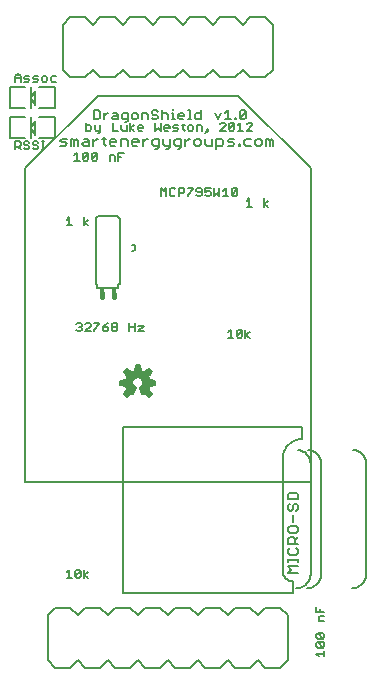
<source format=gto>
G75*
G70*
%OFA0B0*%
%FSLAX24Y24*%
%IPPOS*%
%LPD*%
%AMOC8*
5,1,8,0,0,1.08239X$1,22.5*
%
%ADD10C,0.0060*%
%ADD11C,0.0050*%
%ADD12C,0.0080*%
%ADD13R,0.0160X0.0230*%
%ADD14C,0.0160*%
%ADD15C,0.0059*%
D10*
X002151Y001401D02*
X002401Y001151D01*
X002901Y001151D01*
X003151Y001401D01*
X003401Y001151D01*
X003901Y001151D01*
X004151Y001401D01*
X004401Y001151D01*
X004901Y001151D01*
X005151Y001401D01*
X005401Y001151D01*
X005901Y001151D01*
X006151Y001401D01*
X006401Y001151D01*
X006901Y001151D01*
X007151Y001401D01*
X007401Y001151D01*
X007901Y001151D01*
X008151Y001401D01*
X008401Y001151D01*
X008901Y001151D01*
X009151Y001401D01*
X009401Y001151D01*
X009901Y001151D01*
X010151Y001401D01*
X010151Y002901D01*
X009901Y003151D01*
X009401Y003151D01*
X009151Y002901D01*
X008901Y003151D01*
X008401Y003151D01*
X008151Y002901D01*
X007901Y003151D01*
X007401Y003151D01*
X007151Y002901D01*
X006901Y003151D01*
X006401Y003151D01*
X006151Y002901D01*
X005901Y003151D01*
X005401Y003151D01*
X005151Y002901D01*
X004901Y003151D01*
X004401Y003151D01*
X004151Y002901D01*
X003901Y003151D01*
X003401Y003151D01*
X003151Y002901D01*
X002901Y003151D01*
X002401Y003151D01*
X002151Y002901D01*
X002151Y001401D01*
X003801Y013801D02*
X003801Y013951D01*
X003751Y013951D01*
X003751Y016101D01*
X003753Y016118D01*
X003757Y016135D01*
X003764Y016151D01*
X003774Y016165D01*
X003787Y016178D01*
X003801Y016188D01*
X003817Y016195D01*
X003834Y016199D01*
X003851Y016201D01*
X004451Y016201D01*
X004468Y016199D01*
X004485Y016195D01*
X004501Y016188D01*
X004515Y016178D01*
X004528Y016165D01*
X004538Y016151D01*
X004545Y016135D01*
X004549Y016118D01*
X004551Y016101D01*
X004551Y013951D01*
X004501Y013951D01*
X004501Y013801D01*
X003801Y013801D01*
X003661Y018556D02*
X003661Y018783D01*
X003661Y018670D02*
X003775Y018783D01*
X003831Y018783D01*
X003968Y018783D02*
X004081Y018783D01*
X004025Y018840D02*
X004025Y018613D01*
X004081Y018556D01*
X004214Y018613D02*
X004214Y018726D01*
X004270Y018783D01*
X004384Y018783D01*
X004440Y018726D01*
X004440Y018670D01*
X004214Y018670D01*
X004214Y018613D02*
X004270Y018556D01*
X004384Y018556D01*
X004582Y018556D02*
X004582Y018783D01*
X004752Y018783D01*
X004809Y018726D01*
X004809Y018556D01*
X004950Y018613D02*
X004950Y018726D01*
X005007Y018783D01*
X005120Y018783D01*
X005177Y018726D01*
X005177Y018670D01*
X004950Y018670D01*
X004950Y018613D02*
X005007Y018556D01*
X005120Y018556D01*
X005318Y018556D02*
X005318Y018783D01*
X005318Y018670D02*
X005432Y018783D01*
X005489Y018783D01*
X005625Y018726D02*
X005625Y018613D01*
X005682Y018556D01*
X005852Y018556D01*
X005852Y018499D02*
X005852Y018783D01*
X005682Y018783D01*
X005625Y018726D01*
X005739Y018443D02*
X005795Y018443D01*
X005852Y018499D01*
X005994Y018613D02*
X006050Y018556D01*
X006220Y018556D01*
X006220Y018499D02*
X006164Y018443D01*
X006107Y018443D01*
X006220Y018499D02*
X006220Y018783D01*
X006362Y018726D02*
X006362Y018613D01*
X006419Y018556D01*
X006589Y018556D01*
X006589Y018499D02*
X006589Y018783D01*
X006419Y018783D01*
X006362Y018726D01*
X006475Y018443D02*
X006532Y018443D01*
X006589Y018499D01*
X006730Y018556D02*
X006730Y018783D01*
X006730Y018670D02*
X006844Y018783D01*
X006900Y018783D01*
X007037Y018726D02*
X007037Y018613D01*
X007094Y018556D01*
X007207Y018556D01*
X007264Y018613D01*
X007264Y018726D01*
X007207Y018783D01*
X007094Y018783D01*
X007037Y018726D01*
X007405Y018783D02*
X007405Y018613D01*
X007462Y018556D01*
X007632Y018556D01*
X007632Y018783D01*
X007774Y018783D02*
X007774Y018443D01*
X007774Y018556D02*
X007944Y018556D01*
X008001Y018613D01*
X008001Y018726D01*
X007944Y018783D01*
X007774Y018783D01*
X008142Y018726D02*
X008199Y018783D01*
X008369Y018783D01*
X008312Y018670D02*
X008199Y018670D01*
X008142Y018726D01*
X008142Y018556D02*
X008312Y018556D01*
X008369Y018613D01*
X008312Y018670D01*
X008510Y018613D02*
X008510Y018556D01*
X008567Y018556D01*
X008567Y018613D01*
X008510Y018613D01*
X008694Y018613D02*
X008751Y018556D01*
X008921Y018556D01*
X009063Y018613D02*
X009119Y018556D01*
X009233Y018556D01*
X009290Y018613D01*
X009290Y018726D01*
X009233Y018783D01*
X009119Y018783D01*
X009063Y018726D01*
X009063Y018613D01*
X008921Y018783D02*
X008751Y018783D01*
X008694Y018726D01*
X008694Y018613D01*
X008693Y019431D02*
X008593Y019431D01*
X008543Y019481D01*
X008743Y019681D01*
X008743Y019481D01*
X008693Y019431D01*
X008543Y019481D02*
X008543Y019681D01*
X008593Y019731D01*
X008693Y019731D01*
X008743Y019681D01*
X008427Y019481D02*
X008427Y019431D01*
X008377Y019431D01*
X008377Y019481D01*
X008427Y019481D01*
X008246Y019431D02*
X008045Y019431D01*
X008145Y019431D02*
X008145Y019731D01*
X008045Y019631D01*
X007914Y019631D02*
X007814Y019431D01*
X007714Y019631D01*
X007251Y019631D02*
X007101Y019631D01*
X007051Y019581D01*
X007051Y019481D01*
X007101Y019431D01*
X007251Y019431D01*
X007251Y019731D01*
X006880Y019731D02*
X006880Y019431D01*
X006830Y019431D02*
X006930Y019431D01*
X006880Y019731D02*
X006830Y019731D01*
X006699Y019581D02*
X006699Y019531D01*
X006499Y019531D01*
X006499Y019481D02*
X006499Y019581D01*
X006549Y019631D01*
X006649Y019631D01*
X006699Y019581D01*
X006649Y019431D02*
X006549Y019431D01*
X006499Y019481D01*
X006378Y019431D02*
X006278Y019431D01*
X006328Y019431D02*
X006328Y019631D01*
X006278Y019631D01*
X006328Y019731D02*
X006328Y019781D01*
X006146Y019581D02*
X006146Y019431D01*
X006146Y019581D02*
X006096Y019631D01*
X005996Y019631D01*
X005946Y019581D01*
X005815Y019531D02*
X005815Y019481D01*
X005765Y019431D01*
X005665Y019431D01*
X005615Y019481D01*
X005665Y019581D02*
X005765Y019581D01*
X005815Y019531D01*
X005815Y019681D02*
X005765Y019731D01*
X005665Y019731D01*
X005615Y019681D01*
X005615Y019631D01*
X005665Y019581D01*
X005483Y019581D02*
X005483Y019431D01*
X005483Y019581D02*
X005433Y019631D01*
X005283Y019631D01*
X005283Y019431D01*
X005152Y019481D02*
X005152Y019581D01*
X005102Y019631D01*
X005002Y019631D01*
X004952Y019581D01*
X004952Y019481D01*
X005002Y019431D01*
X005102Y019431D01*
X005152Y019481D01*
X004820Y019431D02*
X004670Y019431D01*
X004620Y019481D01*
X004620Y019581D01*
X004670Y019631D01*
X004820Y019631D01*
X004820Y019381D01*
X004770Y019331D01*
X004720Y019331D01*
X004489Y019431D02*
X004339Y019431D01*
X004289Y019481D01*
X004339Y019531D01*
X004489Y019531D01*
X004489Y019581D02*
X004489Y019431D01*
X004489Y019581D02*
X004439Y019631D01*
X004339Y019631D01*
X004163Y019631D02*
X004113Y019631D01*
X004013Y019531D01*
X004013Y019431D02*
X004013Y019631D01*
X003881Y019681D02*
X003881Y019481D01*
X003831Y019431D01*
X003681Y019431D01*
X003681Y019731D01*
X003831Y019731D01*
X003881Y019681D01*
X003463Y018783D02*
X003520Y018726D01*
X003520Y018556D01*
X003349Y018556D01*
X003293Y018613D01*
X003349Y018670D01*
X003520Y018670D01*
X003463Y018783D02*
X003349Y018783D01*
X003151Y018726D02*
X003151Y018556D01*
X003038Y018556D02*
X003038Y018726D01*
X003095Y018783D01*
X003151Y018726D01*
X003038Y018726D02*
X002981Y018783D01*
X002924Y018783D01*
X002924Y018556D01*
X002783Y018613D02*
X002726Y018670D01*
X002613Y018670D01*
X002556Y018726D01*
X002613Y018783D01*
X002783Y018783D01*
X002783Y018613D02*
X002726Y018556D01*
X002556Y018556D01*
X002901Y020831D02*
X003401Y020831D01*
X003651Y021081D01*
X003901Y020831D01*
X004401Y020831D01*
X004651Y021081D01*
X004901Y020831D01*
X005401Y020831D01*
X005651Y021081D01*
X005901Y020831D01*
X006401Y020831D01*
X006651Y021081D01*
X006901Y020831D01*
X007401Y020831D01*
X007651Y021081D01*
X007901Y020831D01*
X008401Y020831D01*
X008651Y021081D01*
X008901Y020831D01*
X009401Y020831D01*
X009651Y021081D01*
X009651Y022581D01*
X009401Y022831D01*
X008901Y022831D01*
X008651Y022581D01*
X008401Y022831D01*
X007901Y022831D01*
X007651Y022581D01*
X007401Y022831D01*
X006901Y022831D01*
X006651Y022581D01*
X006401Y022831D01*
X005901Y022831D01*
X005651Y022581D01*
X005401Y022831D01*
X004901Y022831D01*
X004651Y022581D01*
X004401Y022831D01*
X003901Y022831D01*
X003651Y022581D01*
X003401Y022831D01*
X002901Y022831D01*
X002651Y022581D01*
X002651Y021081D01*
X002901Y020831D01*
X005946Y019731D02*
X005946Y019431D01*
X005994Y018783D02*
X005994Y018613D01*
X009431Y018556D02*
X009431Y018783D01*
X009488Y018783D01*
X009545Y018726D01*
X009601Y018783D01*
X009658Y018726D01*
X009658Y018556D01*
X009545Y018556D02*
X009545Y018726D01*
X010213Y006988D02*
X010156Y006932D01*
X010156Y006762D01*
X010496Y006762D01*
X010496Y006932D01*
X010439Y006988D01*
X010213Y006988D01*
X010213Y006620D02*
X010156Y006563D01*
X010156Y006450D01*
X010213Y006393D01*
X010269Y006393D01*
X010326Y006450D01*
X010326Y006563D01*
X010383Y006620D01*
X010439Y006620D01*
X010496Y006563D01*
X010496Y006450D01*
X010439Y006393D01*
X010326Y006252D02*
X010326Y006025D01*
X010213Y005883D02*
X010156Y005827D01*
X010156Y005713D01*
X010213Y005657D01*
X010439Y005657D01*
X010496Y005713D01*
X010496Y005827D01*
X010439Y005883D01*
X010213Y005883D01*
X010213Y005515D02*
X010326Y005515D01*
X010383Y005458D01*
X010383Y005288D01*
X010496Y005288D02*
X010156Y005288D01*
X010156Y005458D01*
X010213Y005515D01*
X010383Y005402D02*
X010496Y005515D01*
X010439Y005147D02*
X010496Y005090D01*
X010496Y004977D01*
X010439Y004920D01*
X010213Y004920D01*
X010156Y004977D01*
X010156Y005090D01*
X010213Y005147D01*
X010156Y004788D02*
X010156Y004674D01*
X010156Y004731D02*
X010496Y004731D01*
X010496Y004674D02*
X010496Y004788D01*
X010496Y004533D02*
X010156Y004533D01*
X010269Y004420D01*
X010156Y004306D01*
X010496Y004306D01*
D11*
X010911Y004281D02*
X010909Y004240D01*
X010904Y004199D01*
X010895Y004159D01*
X010883Y004120D01*
X010867Y004082D01*
X010848Y004045D01*
X010826Y004010D01*
X010801Y003978D01*
X010773Y003947D01*
X010742Y003919D01*
X010710Y003894D01*
X010675Y003872D01*
X010638Y003853D01*
X010600Y003837D01*
X010561Y003825D01*
X010521Y003816D01*
X010480Y003811D01*
X010439Y003809D01*
X010336Y003651D02*
X010336Y004045D01*
X010336Y003651D02*
X004667Y003651D01*
X004667Y009163D01*
X010612Y009163D01*
X010612Y008769D01*
X010563Y008767D01*
X010513Y008761D01*
X010465Y008752D01*
X010417Y008738D01*
X010371Y008721D01*
X010326Y008700D01*
X010283Y008676D01*
X010242Y008649D01*
X010203Y008618D01*
X010167Y008584D01*
X010133Y008548D01*
X010102Y008509D01*
X010075Y008468D01*
X010051Y008425D01*
X010030Y008380D01*
X010013Y008334D01*
X009999Y008286D01*
X009990Y008238D01*
X009984Y008188D01*
X009982Y008139D01*
X009982Y004320D01*
X009982Y004321D02*
X009988Y004288D01*
X009997Y004256D01*
X010010Y004225D01*
X010026Y004196D01*
X010044Y004169D01*
X010066Y004143D01*
X010090Y004120D01*
X010116Y004100D01*
X010144Y004082D01*
X010174Y004068D01*
X010205Y004057D01*
X010237Y004049D01*
X010270Y004044D01*
X010303Y004043D01*
X010336Y004045D01*
X010793Y003809D02*
X010834Y003811D01*
X010875Y003816D01*
X010915Y003825D01*
X010954Y003837D01*
X010992Y003853D01*
X011029Y003872D01*
X011064Y003894D01*
X011096Y003919D01*
X011127Y003947D01*
X011155Y003978D01*
X011180Y004010D01*
X011202Y004045D01*
X011221Y004082D01*
X011237Y004120D01*
X011249Y004159D01*
X011258Y004199D01*
X011263Y004240D01*
X011265Y004281D01*
X011265Y007903D01*
X010911Y007903D02*
X010911Y004281D01*
X011104Y003186D02*
X011104Y003006D01*
X011374Y003006D01*
X011374Y002891D02*
X011239Y002891D01*
X011194Y002846D01*
X011194Y002711D01*
X011374Y002711D01*
X011239Y003006D02*
X011239Y003096D01*
X011149Y002302D02*
X011329Y002122D01*
X011374Y002167D01*
X011374Y002257D01*
X011329Y002302D01*
X011149Y002302D01*
X011104Y002257D01*
X011104Y002167D01*
X011149Y002122D01*
X011329Y002122D01*
X011329Y002007D02*
X011374Y001962D01*
X011374Y001872D01*
X011329Y001827D01*
X011149Y002007D01*
X011329Y002007D01*
X011329Y001827D02*
X011149Y001827D01*
X011104Y001872D01*
X011104Y001962D01*
X011149Y002007D01*
X011374Y001713D02*
X011374Y001532D01*
X011374Y001623D02*
X011104Y001623D01*
X011194Y001532D01*
X012289Y003809D02*
X012330Y003811D01*
X012371Y003816D01*
X012411Y003825D01*
X012450Y003837D01*
X012488Y003853D01*
X012525Y003872D01*
X012560Y003894D01*
X012592Y003919D01*
X012623Y003947D01*
X012651Y003978D01*
X012676Y004010D01*
X012698Y004045D01*
X012717Y004082D01*
X012733Y004120D01*
X012745Y004159D01*
X012754Y004199D01*
X012759Y004240D01*
X012761Y004281D01*
X012761Y007903D01*
X012761Y007904D02*
X012763Y007945D01*
X012761Y007986D01*
X012755Y008027D01*
X012746Y008068D01*
X012734Y008107D01*
X012718Y008145D01*
X012699Y008182D01*
X012676Y008216D01*
X012651Y008249D01*
X012623Y008280D01*
X012592Y008307D01*
X012559Y008332D01*
X012524Y008354D01*
X012488Y008373D01*
X012449Y008389D01*
X012410Y008401D01*
X012369Y008410D01*
X012328Y008415D01*
X011265Y007904D02*
X011267Y007945D01*
X011265Y007986D01*
X011259Y008027D01*
X011250Y008068D01*
X011238Y008107D01*
X011222Y008145D01*
X011203Y008182D01*
X011180Y008216D01*
X011155Y008249D01*
X011127Y008280D01*
X011096Y008307D01*
X011063Y008332D01*
X011028Y008354D01*
X010992Y008373D01*
X010953Y008389D01*
X010914Y008401D01*
X010873Y008410D01*
X010832Y008415D01*
X010478Y008415D02*
X010519Y008410D01*
X010560Y008401D01*
X010599Y008389D01*
X010638Y008373D01*
X010674Y008354D01*
X010709Y008332D01*
X010742Y008307D01*
X010773Y008280D01*
X010801Y008249D01*
X010826Y008216D01*
X010849Y008182D01*
X010868Y008145D01*
X010884Y008107D01*
X010896Y008068D01*
X010905Y008027D01*
X010911Y007986D01*
X010913Y007945D01*
X010911Y007904D01*
X008876Y012151D02*
X008740Y012241D01*
X008876Y012331D01*
X008740Y012421D02*
X008740Y012151D01*
X008626Y012196D02*
X008581Y012151D01*
X008491Y012151D01*
X008446Y012196D01*
X008626Y012376D01*
X008626Y012196D01*
X008446Y012196D02*
X008446Y012376D01*
X008491Y012421D01*
X008581Y012421D01*
X008626Y012376D01*
X008331Y012151D02*
X008151Y012151D01*
X008241Y012151D02*
X008241Y012421D01*
X008151Y012331D01*
X008776Y016526D02*
X008956Y016526D01*
X008866Y016526D02*
X008866Y016796D01*
X008776Y016706D01*
X008463Y016921D02*
X008418Y016876D01*
X008328Y016876D01*
X008283Y016921D01*
X008463Y017101D01*
X008463Y016921D01*
X008283Y016921D02*
X008283Y017101D01*
X008328Y017146D01*
X008418Y017146D01*
X008463Y017101D01*
X008169Y016876D02*
X007989Y016876D01*
X008079Y016876D02*
X008079Y017146D01*
X007989Y017056D01*
X007874Y017146D02*
X007874Y016876D01*
X007784Y016966D01*
X007694Y016876D01*
X007694Y017146D01*
X007580Y017146D02*
X007399Y017146D01*
X007399Y017011D01*
X007489Y017056D01*
X007534Y017056D01*
X007580Y017011D01*
X007580Y016921D01*
X007534Y016876D01*
X007444Y016876D01*
X007399Y016921D01*
X007285Y016921D02*
X007240Y016876D01*
X007150Y016876D01*
X007105Y016921D01*
X007150Y017011D02*
X007285Y017011D01*
X007285Y016921D02*
X007285Y017101D01*
X007240Y017146D01*
X007150Y017146D01*
X007105Y017101D01*
X007105Y017056D01*
X007150Y017011D01*
X006990Y017101D02*
X006990Y017146D01*
X006810Y017146D01*
X006696Y017101D02*
X006696Y017011D01*
X006651Y016966D01*
X006515Y016966D01*
X006515Y016876D02*
X006515Y017146D01*
X006651Y017146D01*
X006696Y017101D01*
X006810Y016921D02*
X006810Y016876D01*
X006810Y016921D02*
X006990Y017101D01*
X006401Y017101D02*
X006356Y017146D01*
X006266Y017146D01*
X006221Y017101D01*
X006221Y016921D01*
X006266Y016876D01*
X006356Y016876D01*
X006401Y016921D01*
X006106Y016876D02*
X006106Y017146D01*
X006016Y017056D01*
X005926Y017146D01*
X005926Y016876D01*
X005073Y015151D02*
X005071Y015133D01*
X005066Y015115D01*
X005057Y015099D01*
X005045Y015085D01*
X005031Y015073D01*
X005015Y015064D01*
X004997Y015059D01*
X004979Y015057D01*
X004964Y015057D01*
X005049Y012646D02*
X005049Y012376D01*
X005164Y012376D02*
X005344Y012376D01*
X005344Y012556D02*
X005164Y012556D01*
X005049Y012511D02*
X004869Y012511D01*
X004869Y012376D02*
X004869Y012646D01*
X005164Y012376D02*
X005344Y012556D01*
X004460Y012556D02*
X004415Y012511D01*
X004325Y012511D01*
X004280Y012556D01*
X004280Y012601D01*
X004325Y012646D01*
X004415Y012646D01*
X004460Y012601D01*
X004460Y012556D01*
X004415Y012511D02*
X004460Y012466D01*
X004460Y012421D01*
X004415Y012376D01*
X004325Y012376D01*
X004280Y012421D01*
X004280Y012466D01*
X004325Y012511D01*
X004165Y012466D02*
X004120Y012511D01*
X003985Y012511D01*
X003985Y012421D01*
X004030Y012376D01*
X004120Y012376D01*
X004165Y012421D01*
X004165Y012466D01*
X004075Y012601D02*
X004165Y012646D01*
X004075Y012601D02*
X003985Y012511D01*
X003871Y012601D02*
X003690Y012421D01*
X003690Y012376D01*
X003576Y012376D02*
X003396Y012376D01*
X003576Y012556D01*
X003576Y012601D01*
X003531Y012646D01*
X003441Y012646D01*
X003396Y012601D01*
X003281Y012601D02*
X003236Y012646D01*
X003146Y012646D01*
X003101Y012601D01*
X003191Y012511D02*
X003236Y012511D01*
X003281Y012466D01*
X003281Y012421D01*
X003236Y012376D01*
X003146Y012376D01*
X003101Y012421D01*
X003236Y012511D02*
X003281Y012556D01*
X003281Y012601D01*
X003690Y012646D02*
X003871Y012646D01*
X003871Y012601D01*
X003501Y015901D02*
X003365Y015991D01*
X003501Y016081D01*
X003365Y016171D02*
X003365Y015901D01*
X002956Y015901D02*
X002776Y015901D01*
X002866Y015901D02*
X002866Y016171D01*
X002776Y016081D01*
X003032Y018053D02*
X003213Y018053D01*
X003123Y018053D02*
X003123Y018323D01*
X003032Y018233D01*
X003327Y018278D02*
X003372Y018323D01*
X003462Y018323D01*
X003507Y018278D01*
X003327Y018098D01*
X003372Y018053D01*
X003462Y018053D01*
X003507Y018098D01*
X003507Y018278D01*
X003622Y018278D02*
X003667Y018323D01*
X003757Y018323D01*
X003802Y018278D01*
X003622Y018098D01*
X003667Y018053D01*
X003757Y018053D01*
X003802Y018098D01*
X003802Y018278D01*
X003622Y018278D02*
X003622Y018098D01*
X003327Y018098D02*
X003327Y018278D01*
X003426Y019051D02*
X003561Y019051D01*
X003606Y019096D01*
X003606Y019186D01*
X003561Y019231D01*
X003426Y019231D01*
X003426Y019321D02*
X003426Y019051D01*
X003721Y019096D02*
X003766Y019051D01*
X003901Y019051D01*
X003901Y019006D02*
X003901Y019231D01*
X003901Y019006D02*
X003856Y018961D01*
X003811Y018961D01*
X003721Y019096D02*
X003721Y019231D01*
X004211Y018233D02*
X004346Y018233D01*
X004391Y018188D01*
X004391Y018053D01*
X004506Y018053D02*
X004506Y018323D01*
X004686Y018323D01*
X004596Y018188D02*
X004506Y018188D01*
X004211Y018233D02*
X004211Y018053D01*
X004310Y019051D02*
X004490Y019051D01*
X004605Y019096D02*
X004650Y019051D01*
X004785Y019051D01*
X004785Y019231D01*
X004899Y019141D02*
X005034Y019231D01*
X005145Y019186D02*
X005190Y019231D01*
X005280Y019231D01*
X005325Y019186D01*
X005325Y019141D01*
X005145Y019141D01*
X005145Y019096D02*
X005145Y019186D01*
X005145Y019096D02*
X005190Y019051D01*
X005280Y019051D01*
X005034Y019051D02*
X004899Y019141D01*
X004899Y019051D02*
X004899Y019321D01*
X004605Y019231D02*
X004605Y019096D01*
X004310Y019051D02*
X004310Y019321D01*
X005734Y019321D02*
X005734Y019051D01*
X005824Y019141D01*
X005914Y019051D01*
X005914Y019321D01*
X006029Y019186D02*
X006074Y019231D01*
X006164Y019231D01*
X006209Y019186D01*
X006209Y019141D01*
X006029Y019141D01*
X006029Y019096D02*
X006029Y019186D01*
X006029Y019096D02*
X006074Y019051D01*
X006164Y019051D01*
X006324Y019051D02*
X006459Y019051D01*
X006504Y019096D01*
X006459Y019141D01*
X006369Y019141D01*
X006324Y019186D01*
X006369Y019231D01*
X006504Y019231D01*
X006618Y019231D02*
X006708Y019231D01*
X006663Y019276D02*
X006663Y019096D01*
X006708Y019051D01*
X006815Y019096D02*
X006860Y019051D01*
X006950Y019051D01*
X006995Y019096D01*
X006995Y019186D01*
X006950Y019231D01*
X006860Y019231D01*
X006815Y019186D01*
X006815Y019096D01*
X007109Y019051D02*
X007109Y019231D01*
X007244Y019231D01*
X007289Y019186D01*
X007289Y019051D01*
X007404Y018961D02*
X007494Y019051D01*
X007449Y019051D01*
X007449Y019096D01*
X007494Y019096D01*
X007494Y019051D01*
X007895Y019051D02*
X008075Y019231D01*
X008075Y019276D01*
X008030Y019321D01*
X007940Y019321D01*
X007895Y019276D01*
X007895Y019051D02*
X008075Y019051D01*
X008190Y019096D02*
X008370Y019276D01*
X008370Y019096D01*
X008325Y019051D01*
X008235Y019051D01*
X008190Y019096D01*
X008190Y019276D01*
X008235Y019321D01*
X008325Y019321D01*
X008370Y019276D01*
X008484Y019231D02*
X008574Y019321D01*
X008574Y019051D01*
X008484Y019051D02*
X008664Y019051D01*
X008779Y019051D02*
X008959Y019231D01*
X008959Y019276D01*
X008914Y019321D01*
X008824Y019321D01*
X008779Y019276D01*
X008779Y019051D02*
X008959Y019051D01*
X009365Y016796D02*
X009365Y016526D01*
X009365Y016616D02*
X009501Y016706D01*
X009365Y016616D02*
X009501Y016526D01*
X003365Y004421D02*
X003365Y004151D01*
X003365Y004241D02*
X003501Y004331D01*
X003365Y004241D02*
X003501Y004151D01*
X003251Y004196D02*
X003206Y004151D01*
X003116Y004151D01*
X003071Y004196D01*
X003251Y004376D01*
X003251Y004196D01*
X003251Y004376D02*
X003206Y004421D01*
X003116Y004421D01*
X003071Y004376D01*
X003071Y004196D01*
X002956Y004151D02*
X002776Y004151D01*
X002866Y004151D02*
X002866Y004421D01*
X002776Y004331D01*
X002040Y018434D02*
X001949Y018434D01*
X001994Y018434D02*
X001994Y018704D01*
X001949Y018704D02*
X002040Y018704D01*
X001835Y018659D02*
X001790Y018704D01*
X001700Y018704D01*
X001655Y018659D01*
X001655Y018614D01*
X001700Y018569D01*
X001790Y018569D01*
X001835Y018524D01*
X001835Y018479D01*
X001790Y018434D01*
X001700Y018434D01*
X001655Y018479D01*
X001540Y018479D02*
X001495Y018434D01*
X001405Y018434D01*
X001360Y018479D01*
X001405Y018569D02*
X001495Y018569D01*
X001540Y018524D01*
X001540Y018479D01*
X001405Y018569D02*
X001360Y018614D01*
X001360Y018659D01*
X001405Y018704D01*
X001495Y018704D01*
X001540Y018659D01*
X001246Y018659D02*
X001246Y018569D01*
X001201Y018524D01*
X001066Y018524D01*
X001156Y018524D02*
X001246Y018434D01*
X001066Y018434D02*
X001066Y018704D01*
X001201Y018704D01*
X001246Y018659D01*
X001246Y020684D02*
X001246Y020864D01*
X001156Y020954D01*
X001066Y020864D01*
X001066Y020684D01*
X001066Y020819D02*
X001246Y020819D01*
X001360Y020819D02*
X001405Y020864D01*
X001540Y020864D01*
X001495Y020774D02*
X001405Y020774D01*
X001360Y020819D01*
X001360Y020684D02*
X001495Y020684D01*
X001540Y020729D01*
X001495Y020774D01*
X001655Y020819D02*
X001700Y020864D01*
X001835Y020864D01*
X001790Y020774D02*
X001835Y020729D01*
X001790Y020684D01*
X001655Y020684D01*
X001700Y020774D02*
X001655Y020819D01*
X001700Y020774D02*
X001790Y020774D01*
X001949Y020729D02*
X001994Y020684D01*
X002085Y020684D01*
X002130Y020729D01*
X002130Y020819D01*
X002085Y020864D01*
X001994Y020864D01*
X001949Y020819D01*
X001949Y020729D01*
X002244Y020729D02*
X002289Y020684D01*
X002424Y020684D01*
X002424Y020864D02*
X002289Y020864D01*
X002244Y020819D01*
X002244Y020729D01*
D12*
X002406Y020506D02*
X001873Y020506D01*
X001719Y020387D02*
X001583Y020151D01*
X001719Y019915D01*
X001719Y020387D01*
X001583Y020502D02*
X001583Y020151D01*
X001583Y019801D01*
X001379Y019797D02*
X000896Y019797D01*
X000896Y020506D01*
X001379Y020506D01*
X001864Y019797D02*
X002406Y019797D01*
X002406Y020506D01*
X002406Y019506D02*
X001873Y019506D01*
X001719Y019387D02*
X001583Y019151D01*
X001719Y018915D01*
X001719Y019387D01*
X001583Y019502D02*
X001583Y019151D01*
X001583Y018801D01*
X001379Y018797D02*
X000896Y018797D01*
X000896Y019506D01*
X001379Y019506D01*
X001864Y018797D02*
X002406Y018797D01*
X002406Y019506D01*
X003815Y020224D02*
X001387Y017796D01*
X001387Y007338D01*
X010915Y007338D01*
X010915Y017796D01*
X008487Y020224D01*
X003815Y020224D01*
X004963Y015245D02*
X004982Y015246D01*
X005000Y015244D01*
X005017Y015238D01*
X005033Y015229D01*
X005046Y015217D01*
X005058Y015203D01*
X005066Y015187D01*
X005071Y015169D01*
X005073Y015151D01*
X005071Y015133D01*
X005066Y015115D01*
X005057Y015099D01*
X005045Y015085D01*
X005031Y015073D01*
X005015Y015064D01*
X004997Y015059D01*
X004979Y015057D01*
D13*
X004351Y013666D03*
X003951Y013666D03*
D14*
X003951Y013651D02*
X003951Y013514D01*
X004351Y013514D02*
X004351Y013601D01*
D15*
X005079Y011237D02*
X005060Y011047D01*
X004996Y011026D01*
X004936Y010996D01*
X004788Y011117D01*
X004686Y011015D01*
X004807Y010866D01*
X004776Y010807D01*
X005054Y010807D01*
X005045Y010802D02*
X005084Y010823D01*
X005127Y010834D01*
X005171Y010835D01*
X005214Y010825D01*
X005254Y010805D01*
X005287Y010776D01*
X005313Y010740D01*
X005329Y010699D01*
X005336Y010655D01*
X005331Y010611D01*
X005317Y010570D01*
X005293Y010533D01*
X005260Y010502D01*
X005222Y010481D01*
X005307Y010276D01*
X005366Y010307D01*
X005515Y010186D01*
X005617Y010288D01*
X005496Y010436D01*
X005526Y010496D01*
X005547Y010560D01*
X005737Y010579D01*
X005737Y010723D01*
X005547Y010743D01*
X005526Y010807D01*
X005249Y010807D01*
X005306Y010749D02*
X005545Y010749D01*
X005526Y010807D02*
X005496Y010866D01*
X005617Y011015D01*
X005515Y011117D01*
X005366Y010996D01*
X005307Y011026D01*
X005243Y011047D01*
X005223Y011237D01*
X005079Y011237D01*
X005076Y011210D02*
X005226Y011210D01*
X005232Y011152D02*
X005071Y011152D01*
X005065Y011095D02*
X005238Y011095D01*
X005272Y011037D02*
X005030Y011037D01*
X004885Y011037D02*
X004708Y011037D01*
X004714Y010980D02*
X005588Y010980D01*
X005594Y011037D02*
X005418Y011037D01*
X005488Y011095D02*
X005536Y011095D01*
X005541Y010922D02*
X004761Y010922D01*
X004806Y010864D02*
X005496Y010864D01*
X005330Y010692D02*
X005737Y010692D01*
X005737Y010634D02*
X005334Y010634D01*
X005319Y010576D02*
X005711Y010576D01*
X005569Y010346D02*
X005278Y010346D01*
X005301Y010289D02*
X005331Y010289D01*
X005389Y010289D02*
X005616Y010289D01*
X005560Y010231D02*
X005459Y010231D01*
X005522Y010404D02*
X005254Y010404D01*
X005230Y010461D02*
X005509Y010461D01*
X005534Y010519D02*
X005278Y010519D01*
X005081Y010481D02*
X005043Y010502D01*
X005011Y010531D01*
X004987Y010567D01*
X004972Y010608D01*
X004967Y010651D01*
X004972Y010695D01*
X004987Y010736D01*
X005012Y010773D01*
X005045Y010802D01*
X004996Y010749D02*
X004758Y010749D01*
X004756Y010743D02*
X004565Y010723D01*
X004565Y010579D01*
X004756Y010560D01*
X004776Y010496D01*
X004807Y010436D01*
X004686Y010288D01*
X004788Y010186D01*
X004936Y010307D01*
X004996Y010276D01*
X005081Y010481D01*
X005073Y010461D02*
X004794Y010461D01*
X004781Y010404D02*
X005049Y010404D01*
X005025Y010346D02*
X004734Y010346D01*
X004687Y010289D02*
X004914Y010289D01*
X004972Y010289D02*
X005001Y010289D01*
X004843Y010231D02*
X004743Y010231D01*
X004769Y010519D02*
X005024Y010519D01*
X004983Y010576D02*
X004592Y010576D01*
X004565Y010634D02*
X004969Y010634D01*
X004971Y010692D02*
X004565Y010692D01*
X004756Y010743D02*
X004776Y010807D01*
X004766Y011095D02*
X004814Y011095D01*
M02*

</source>
